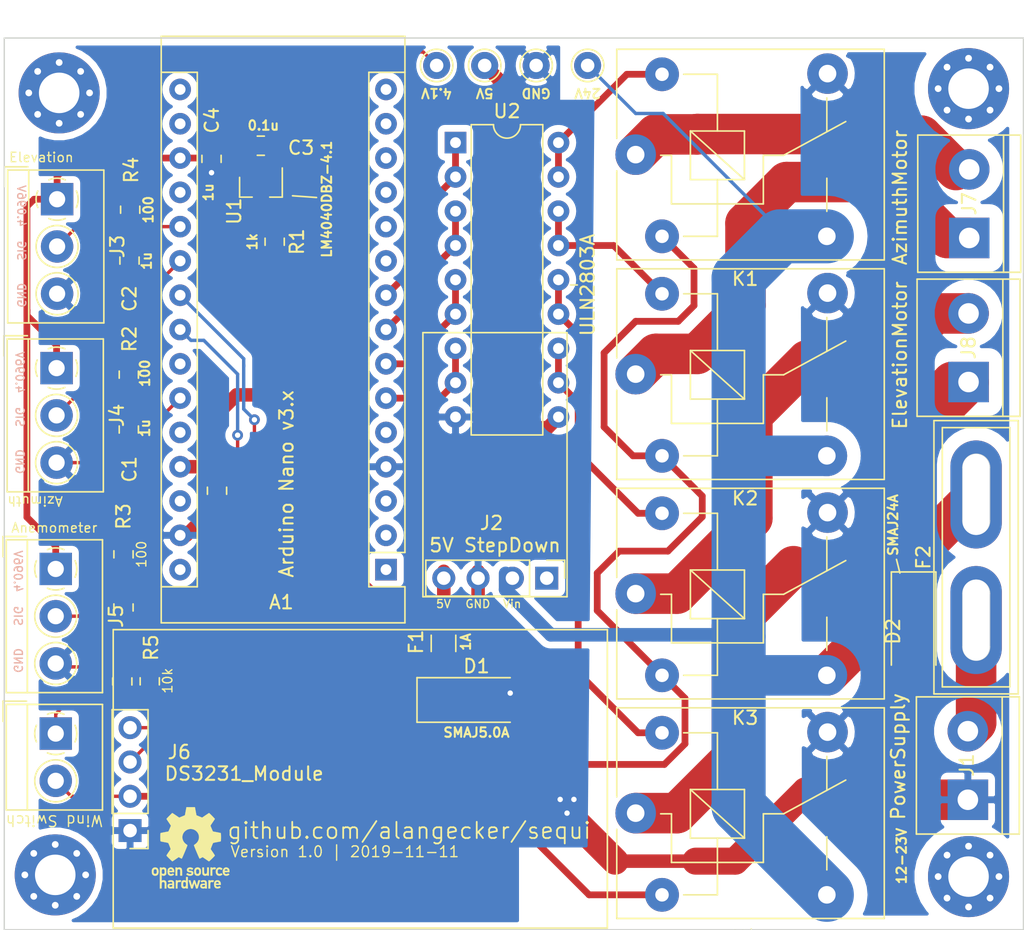
<source format=kicad_pcb>
(kicad_pcb (version 20171130) (host pcbnew 5.1.4)
  (layers (0 F.Cu signal) (31 B.Cu signal) (34 B.Paste user hide) (35 F.Paste user hide) (36 B.SilkS user hide) (37 F.SilkS user hide) (38 B.Mask user hide) (39 F.Mask user hide) (44 Edge.Cuts user))
  (net 0 "")
  (net 1 "Net-(A1-Pad16)")
  (net 2 "Net-(A1-Pad15)")
  (net 3 "Net-(A1-Pad30)")
  (net 4 "Net-(A1-Pad14)")
  (net 5 GND)
  (net 6 "Net-(A1-Pad13)")
  (net 7 "Net-(A1-Pad28)")
  (net 8 "Net-(A1-Pad12)")
  (net 9 +5V)
  (net 10 "Net-(A1-Pad11)")
  (net 11 "Net-(A1-Pad26)")
  (net 12 "Net-(A1-Pad10)")
  (net 13 /WindSense)
  (net 14 /Elevation_Down)
  (net 15 "Net-(A1-Pad24)")
  (net 16 /Elevation_Up)
  (net 17 /SCL)
  (net 18 /Az_Right)
  (net 19 /SDA)
  (net 20 /Az_Left)
  (net 21 /ElevationSense)
  (net 22 "Net-(A1-Pad5)")
  (net 23 /AzimuthSense)
  (net 24 "Net-(A1-Pad19)")
  (net 25 "Net-(A1-Pad3)")
  (net 26 AREF)
  (net 27 "Net-(A1-Pad2)")
  (net 28 "Net-(A1-Pad17)")
  (net 29 "Net-(A1-Pad1)")
  (net 30 "Net-(F2-Pad1)")
  (net 31 "Net-(J7-Pad2)")
  (net 32 "Net-(K1-Pad5)")
  (net 33 "Net-(J7-Pad1)")
  (net 34 "Net-(K2-Pad5)")
  (net 35 "Net-(J8-Pad2)")
  (net 36 "Net-(K3-Pad5)")
  (net 37 "Net-(J8-Pad1)")
  (net 38 "Net-(K4-Pad5)")
  (net 39 "Net-(F1-Pad1)")
  (net 40 "Net-(J3-Pad2)")
  (net 41 "Net-(J4-Pad2)")
  (net 42 "Net-(J5-Pad2)")
  (net 43 +24V)
  (net 44 "Net-(J2-Pad1)")
  (net 45 /WindMode)
  (module Symbol:OSHW-Logo_5.7x6mm_SilkScreen (layer F.Cu) (at 147.9042 96.5454)
    (fp_text reference REF** hide)
    (fp_text value OSHW-Logo_5.7x6mm_SilkScreen hide)
  )
  (module TerminalBlock_4Ucon:TerminalBlock_4Ucon_1x02_P3.50mm_Horizontal (layer F.Cu) (at 137.922 88.0872 270)
    (fp_text reference SW1 hide)
    (fp_text value WindMode)
    (pad 2 thru_hole circle (at 3.5 0 270) (size 2.4 2.4) (drill 1.2) (layers *.Cu *.Mask) (net 9 +5V))
    (pad 1 thru_hole rect (at 0 0 270) (size 2.4 2.4) (drill 1.2) (layers *.Cu *.Mask) (net 45 /WindMode))
  )
  (module Resistor_SMD:R_0805_2012Metric_Pad1.15x1.40mm_HandSolder (layer F.Cu) (at 144.8816 84.2174 90)
    (fp_text reference R5 (at 2.4892 0.1016 90) (layer F.SilkS))
    (fp_text value 10k (at 0.0418 1.3208 90) (layer F.SilkS) (effects (font (size 0.7 0.7) (thickness 0.1))))
    (pad 2 smd roundrect (at 1.025 0 90) (size 1.15 1.4) (layers F.Cu F.Paste F.Mask) (roundrect_rratio 0.217391) (net 5 GND))
    (pad 1 smd roundrect (at -1.025 0 90) (size 1.15 1.4) (layers F.Cu F.Paste F.Mask) (roundrect_rratio 0.217391) (net 45 /WindMode))
  )
  (module Capacitor_SMD:C_0805_2012Metric_Pad1.15x1.40mm_HandSolder (layer F.Cu) (at 142.8496 84.2264 90)
    (fp_text reference C7 hide)
    (fp_text value Reserved hide)
    (pad 2 smd roundrect (at 1.025 0 90) (size 1.15 1.4) (layers F.Cu F.Paste F.Mask) (roundrect_rratio 0.217391) (net 5 GND))
    (pad 1 smd roundrect (at -1.025 0 90) (size 1.15 1.4) (layers F.Cu F.Paste F.Mask) (roundrect_rratio 0.217391) (net 45 /WindMode))
  )
  (module TerminalBlock_4Ucon:TerminalBlock_4Ucon_1x03_P3.50mm_Horizontal (layer F.Cu) (at 138.0236 48.514 270)
    (fp_text reference J3 (at 3.5 -4.46 90) (layer F.SilkS))
    (fp_text value AzimuthSense)
    (pad 3 thru_hole circle (at 7 0 270) (size 2.4 2.4) (drill 1.2) (layers *.Cu *.Mask) (net 5 GND))
    (pad 2 thru_hole circle (at 3.5 0 270) (size 2.4 2.4) (drill 1.2) (layers *.Cu *.Mask) (net 40 "Net-(J3-Pad2)"))
    (pad 1 thru_hole rect (at 0 0 270) (size 2.4 2.4) (drill 1.2) (layers *.Cu *.Mask) (net 26 AREF))
  )
  (module TerminalBlock_4Ucon:TerminalBlock_4Ucon_1x03_P3.50mm_Horizontal (layer F.Cu) (at 137.922 75.8952 270)
    (fp_text reference J5 (at 3.5 -4.46 90) (layer F.SilkS))
    (fp_text value Wind)
    (pad 3 thru_hole circle (at 7 0 270) (size 2.4 2.4) (drill 1.2) (layers *.Cu *.Mask) (net 5 GND))
    (pad 2 thru_hole circle (at 3.5 0 270) (size 2.4 2.4) (drill 1.2) (layers *.Cu *.Mask) (net 42 "Net-(J5-Pad2)"))
    (pad 1 thru_hole rect (at 0 0 270) (size 2.4 2.4) (drill 1.2) (layers *.Cu *.Mask) (net 26 AREF))
  )
  (module TerminalBlock_4Ucon:TerminalBlock_4Ucon_1x03_P3.50mm_Horizontal (layer F.Cu) (at 137.9855 61.0235 270)
    (fp_text reference J4 (at 3.5 -4.46 90) (layer F.SilkS))
    (fp_text value ElevationSense)
    (pad 3 thru_hole circle (at 7 0 270) (size 2.4 2.4) (drill 1.2) (layers *.Cu *.Mask) (net 5 GND))
    (pad 2 thru_hole circle (at 3.5 0 270) (size 2.4 2.4) (drill 1.2) (layers *.Cu *.Mask) (net 41 "Net-(J4-Pad2)"))
    (pad 1 thru_hole rect (at 0 0 270) (size 2.4 2.4) (drill 1.2) (layers *.Cu *.Mask) (net 26 AREF))
  )
  (module Diode_SMD:D_SMA_Handsoldering (layer F.Cu) (at 201.422 80.518 270)
    (fp_text reference D2 (at 0 1.524 90) (layer F.SilkS))
    (fp_text value SMAJ24A (at -7.874 1.524 90) (layer F.SilkS) (effects (font (size 0.7 0.7))))
    (pad 2 smd rect (at 2.5 0 270) (size 3.5 1.8) (layers F.Cu F.Paste F.Mask) (net 5 GND))
    (pad 1 smd rect (at -2.5 0 270) (size 3.5 1.8) (layers F.Cu F.Paste F.Mask) (net 43 +24V))
  )
  (module Capacitor_SMD:C_0805_2012Metric_Pad1.15x1.40mm_HandSolder (layer F.Cu) (at 142.9385 78.749 270)
    (fp_text reference C6 hide)
    (fp_text value Reserved hide)
    (pad 2 smd roundrect (at 1.025 0 270) (size 1.15 1.4) (layers F.Cu F.Paste F.Mask) (roundrect_rratio 0.217391) (net 5 GND))
    (pad 1 smd roundrect (at -1.025 0 270) (size 1.15 1.4) (layers F.Cu F.Paste F.Mask) (roundrect_rratio 0.217391) (net 13 /WindSense))
  )
  (module Diode_SMD:D_SMA_Handsoldering (layer F.Cu) (at 169.0624 85.598)
    (fp_text reference D1 (at 0 -2.5) (layer F.SilkS))
    (fp_text value SMAJ5.0A (at 0 2.413) (layer F.SilkS) (effects (font (size 0.7 0.7))))
    (pad 2 smd rect (at 2.5 0) (size 3.5 1.8) (layers F.Cu F.Paste F.Mask) (net 5 GND))
    (pad 1 smd rect (at -2.5 0) (size 3.5 1.8) (layers F.Cu F.Paste F.Mask) (net 9 +5V))
  )
  (module MountingHole:MountingHole_3mm_Pad_Via (layer F.Cu) (at 205.486 98.679)
    (fp_text reference H4 hide)
    (fp_text value MountingHole)
    (pad 1 thru_hole circle (at 1.59099 -1.59099) (size 0.8 0.8) (drill 0.5) (layers *.Cu *.Mask))
    (pad 1 thru_hole circle (at 0 -2.25) (size 0.8 0.8) (drill 0.5) (layers *.Cu *.Mask))
    (pad 1 thru_hole circle (at -1.59099 -1.59099) (size 0.8 0.8) (drill 0.5) (layers *.Cu *.Mask))
    (pad 1 thru_hole circle (at -2.25 0) (size 0.8 0.8) (drill 0.5) (layers *.Cu *.Mask))
    (pad 1 thru_hole circle (at -1.59099 1.59099) (size 0.8 0.8) (drill 0.5) (layers *.Cu *.Mask))
    (pad 1 thru_hole circle (at 0 2.25) (size 0.8 0.8) (drill 0.5) (layers *.Cu *.Mask))
    (pad 1 thru_hole circle (at 1.59099 1.59099) (size 0.8 0.8) (drill 0.5) (layers *.Cu *.Mask))
    (pad 1 thru_hole circle (at 2.25 0) (size 0.8 0.8) (drill 0.5) (layers *.Cu *.Mask))
    (pad 1 thru_hole circle (at 0 0) (size 6 6) (drill 3) (layers *.Cu *.Mask))
  )
  (module MountingHole:MountingHole_3mm_Pad_Via (layer F.Cu) (at 137.886 98.552)
    (fp_text reference H3 hide)
    (fp_text value MountingHole)
    (pad 1 thru_hole circle (at 1.59099 -1.59099) (size 0.8 0.8) (drill 0.5) (layers *.Cu *.Mask))
    (pad 1 thru_hole circle (at 0 -2.25) (size 0.8 0.8) (drill 0.5) (layers *.Cu *.Mask))
    (pad 1 thru_hole circle (at -1.59099 -1.59099) (size 0.8 0.8) (drill 0.5) (layers *.Cu *.Mask))
    (pad 1 thru_hole circle (at -2.25 0) (size 0.8 0.8) (drill 0.5) (layers *.Cu *.Mask))
    (pad 1 thru_hole circle (at -1.59099 1.59099) (size 0.8 0.8) (drill 0.5) (layers *.Cu *.Mask))
    (pad 1 thru_hole circle (at 0 2.25) (size 0.8 0.8) (drill 0.5) (layers *.Cu *.Mask))
    (pad 1 thru_hole circle (at 1.59099 1.59099) (size 0.8 0.8) (drill 0.5) (layers *.Cu *.Mask))
    (pad 1 thru_hole circle (at 2.25 0) (size 0.8 0.8) (drill 0.5) (layers *.Cu *.Mask))
    (pad 1 thru_hole circle (at 0 0) (size 6 6) (drill 3) (layers *.Cu *.Mask))
  )
  (module MountingHole:MountingHole_3mm_Pad_Via (layer F.Cu) (at 205.486 40.32599)
    (fp_text reference H2 hide)
    (fp_text value MountingHole)
    (pad 1 thru_hole circle (at 1.59099 -1.59099) (size 0.8 0.8) (drill 0.5) (layers *.Cu *.Mask))
    (pad 1 thru_hole circle (at 0 -2.25) (size 0.8 0.8) (drill 0.5) (layers *.Cu *.Mask))
    (pad 1 thru_hole circle (at -1.59099 -1.59099) (size 0.8 0.8) (drill 0.5) (layers *.Cu *.Mask))
    (pad 1 thru_hole circle (at -2.25 0) (size 0.8 0.8) (drill 0.5) (layers *.Cu *.Mask))
    (pad 1 thru_hole circle (at -1.59099 1.59099) (size 0.8 0.8) (drill 0.5) (layers *.Cu *.Mask))
    (pad 1 thru_hole circle (at 0 2.25) (size 0.8 0.8) (drill 0.5) (layers *.Cu *.Mask))
    (pad 1 thru_hole circle (at 1.59099 1.59099) (size 0.8 0.8) (drill 0.5) (layers *.Cu *.Mask))
    (pad 1 thru_hole circle (at 2.25 0) (size 0.8 0.8) (drill 0.5) (layers *.Cu *.Mask))
    (pad 1 thru_hole circle (at 0 0) (size 6 6) (drill 3) (layers *.Cu *.Mask))
  )
  (module MountingHole:MountingHole_3mm_Pad_Via (layer F.Cu) (at 138.176 40.64)
    (fp_text reference H1 hide)
    (fp_text value MountingHole)
    (pad 1 thru_hole circle (at 1.59099 -1.59099) (size 0.8 0.8) (drill 0.5) (layers *.Cu *.Mask))
    (pad 1 thru_hole circle (at 0 -2.25) (size 0.8 0.8) (drill 0.5) (layers *.Cu *.Mask))
    (pad 1 thru_hole circle (at -1.59099 -1.59099) (size 0.8 0.8) (drill 0.5) (layers *.Cu *.Mask))
    (pad 1 thru_hole circle (at -2.25 0) (size 0.8 0.8) (drill 0.5) (layers *.Cu *.Mask))
    (pad 1 thru_hole circle (at -1.59099 1.59099) (size 0.8 0.8) (drill 0.5) (layers *.Cu *.Mask))
    (pad 1 thru_hole circle (at 0 2.25) (size 0.8 0.8) (drill 0.5) (layers *.Cu *.Mask))
    (pad 1 thru_hole circle (at 1.59099 1.59099) (size 0.8 0.8) (drill 0.5) (layers *.Cu *.Mask))
    (pad 1 thru_hole circle (at 2.25 0) (size 0.8 0.8) (drill 0.5) (layers *.Cu *.Mask))
    (pad 1 thru_hole circle (at 0 0) (size 6 6) (drill 3) (layers *.Cu *.Mask))
  )
  (module Package_DIP:DIP-18_W7.62mm (layer F.Cu) (at 167.513 44.323)
    (fp_text reference U2 (at 3.81 -2.33) (layer F.SilkS))
    (fp_text value ULN2803A (at 9.779 10.541 90) (layer F.SilkS))
    (pad 1 thru_hole rect (at 0 0) (size 1.6 1.6) (drill 0.8) (layers *.Cu *.Mask) (net 20 /Az_Left))
    (pad 10 thru_hole oval (at 7.62 20.32) (size 1.6 1.6) (drill 0.8) (layers *.Cu *.Mask) (net 9 +5V))
    (pad 2 thru_hole oval (at 0 2.54) (size 1.6 1.6) (drill 0.8) (layers *.Cu *.Mask) (net 20 /Az_Left))
    (pad 11 thru_hole oval (at 7.62 17.78) (size 1.6 1.6) (drill 0.8) (layers *.Cu *.Mask) (net 38 "Net-(K4-Pad5)"))
    (pad 3 thru_hole oval (at 0 5.08) (size 1.6 1.6) (drill 0.8) (layers *.Cu *.Mask) (net 18 /Az_Right))
    (pad 12 thru_hole oval (at 7.62 15.24) (size 1.6 1.6) (drill 0.8) (layers *.Cu *.Mask) (net 38 "Net-(K4-Pad5)"))
    (pad 4 thru_hole oval (at 0 7.62) (size 1.6 1.6) (drill 0.8) (layers *.Cu *.Mask) (net 18 /Az_Right))
    (pad 13 thru_hole oval (at 7.62 12.7) (size 1.6 1.6) (drill 0.8) (layers *.Cu *.Mask) (net 36 "Net-(K3-Pad5)"))
    (pad 5 thru_hole oval (at 0 10.16) (size 1.6 1.6) (drill 0.8) (layers *.Cu *.Mask) (net 16 /Elevation_Up))
    (pad 14 thru_hole oval (at 7.62 10.16) (size 1.6 1.6) (drill 0.8) (layers *.Cu *.Mask) (net 36 "Net-(K3-Pad5)"))
    (pad 6 thru_hole oval (at 0 12.7) (size 1.6 1.6) (drill 0.8) (layers *.Cu *.Mask) (net 16 /Elevation_Up))
    (pad 15 thru_hole oval (at 7.62 7.62) (size 1.6 1.6) (drill 0.8) (layers *.Cu *.Mask) (net 34 "Net-(K2-Pad5)"))
    (pad 7 thru_hole oval (at 0 15.24) (size 1.6 1.6) (drill 0.8) (layers *.Cu *.Mask) (net 14 /Elevation_Down))
    (pad 16 thru_hole oval (at 7.62 5.08) (size 1.6 1.6) (drill 0.8) (layers *.Cu *.Mask) (net 34 "Net-(K2-Pad5)"))
    (pad 8 thru_hole oval (at 0 17.78) (size 1.6 1.6) (drill 0.8) (layers *.Cu *.Mask) (net 14 /Elevation_Down))
    (pad 17 thru_hole oval (at 7.62 2.54) (size 1.6 1.6) (drill 0.8) (layers *.Cu *.Mask) (net 32 "Net-(K1-Pad5)"))
    (pad 9 thru_hole oval (at 0 20.32) (size 1.6 1.6) (drill 0.8) (layers *.Cu *.Mask) (net 5 GND))
    (pad 18 thru_hole oval (at 7.62 0) (size 1.6 1.6) (drill 0.8) (layers *.Cu *.Mask) (net 32 "Net-(K1-Pad5)"))
  )
  (module footprints:MiniStepDown (layer F.Cu) (at 165.1 77.9526)
    (fp_text reference J2 (at 5.08 -5.461) (layer F.SilkS))
    (fp_text value "5V StepDown" (at 5.334 -3.81 unlocked) (layer F.SilkS))
    (pad 3 thru_hole oval (at 4.085 -1.375 270) (size 1.7 1.7) (drill 1) (layers *.Cu *.Mask) (net 5 GND))
    (pad 2 thru_hole oval (at 6.625 -1.375 270) (size 1.7 1.7) (drill 1) (layers *.Cu *.Mask) (net 43 +24V))
    (pad 4 thru_hole oval (at 1.545 -1.375 270) (size 1.7 1.7) (drill 1) (layers *.Cu *.Mask) (net 39 "Net-(F1-Pad1)"))
    (pad 1 thru_hole rect (at 9.165 -1.375 270) (size 1.7 1.7) (drill 1) (layers *.Cu *.Mask) (net 44 "Net-(J2-Pad1)"))
  )
  (module footprints:DS3231_Module (layer F.Cu) (at 142.1765 80.391 270)
    (fp_text reference J6 (at 9.0678 -4.8895 180) (layer F.SilkS))
    (fp_text value DS3231_Module (at 10.668 -9.6901 unlocked) (layer F.SilkS))
    (pad 1 thru_hole rect (at 14.88 -1.248 180) (size 1.7 1.7) (drill 1) (layers *.Cu *.Mask) (net 5 GND))
    (pad 4 thru_hole oval (at 7.26 -1.248 180) (size 1.7 1.7) (drill 1) (layers *.Cu *.Mask) (net 17 /SCL))
    (pad 2 thru_hole oval (at 12.34 -1.248 180) (size 1.7 1.7) (drill 1) (layers *.Cu *.Mask) (net 9 +5V))
    (pad 3 thru_hole oval (at 9.8 -1.248 180) (size 1.7 1.7) (drill 1) (layers *.Cu *.Mask) (net 19 /SDA))
  )
  (module Capacitor_SMD:C_0805_2012Metric_Pad1.15x1.40mm_HandSolder (layer F.Cu) (at 149.86 70.104 270)
    (fp_text reference C5 hide)
    (fp_text value Reserved)
    (pad 2 smd roundrect (at 1.025 0 270) (size 1.15 1.4) (layers F.Cu F.Paste F.Mask) (roundrect_rratio 0.217391) (net 5 GND))
    (pad 1 smd roundrect (at -1.025 0 270) (size 1.15 1.4) (layers F.Cu F.Paste F.Mask) (roundrect_rratio 0.217391) (net 9 +5V))
  )
  (module Resistor_SMD:R_0805_2012Metric_Pad1.15x1.40mm_HandSolder (layer F.Cu) (at 154.1272 51.6636 270)
    (fp_text reference R1 (at 0 -1.65 90) (layer F.SilkS))
    (fp_text value 1k (at 0 1.65 90) (layer F.SilkS) (effects (font (size 0.7 0.7))))
    (pad 2 smd roundrect (at 1.025 0 270) (size 1.15 1.4) (layers F.Cu F.Paste F.Mask) (roundrect_rratio 0.217391) (net 9 +5V))
    (pad 1 smd roundrect (at -1.025 0 270) (size 1.15 1.4) (layers F.Cu F.Paste F.Mask) (roundrect_rratio 0.217391) (net 26 AREF))
  )
  (module TerminalBlock:TerminalBlock_bornier-2_P5.08mm (layer F.Cu) (at 205.486 62.0522 90)
    (fp_text reference J8 (at 2.54 0 90) (layer F.SilkS))
    (fp_text value ElevationMotor (at 1.9812 -5.08 90 unlocked) (layer F.SilkS))
    (pad 2 thru_hole circle (at 5.08 0 90) (size 3 3) (drill 1.52) (layers *.Cu *.Mask) (net 35 "Net-(J8-Pad2)"))
    (pad 1 thru_hole rect (at 0 0 90) (size 3 3) (drill 1.52) (layers *.Cu *.Mask) (net 37 "Net-(J8-Pad1)"))
  )
  (module TerminalBlock:TerminalBlock_bornier-2_P5.08mm (layer F.Cu) (at 205.5368 51.3842 90)
    (fp_text reference J7 (at 2.54 0 90) (layer F.SilkS))
    (fp_text value AzimuthMotor (at 2.9972 -5.1308 90 unlocked) (layer F.SilkS))
    (pad 2 thru_hole circle (at 5.08 0 90) (size 3 3) (drill 1.52) (layers *.Cu *.Mask) (net 31 "Net-(J7-Pad2)"))
    (pad 1 thru_hole rect (at 0 0 90) (size 3 3) (drill 1.52) (layers *.Cu *.Mask) (net 33 "Net-(J7-Pad1)"))
  )
  (module TestPoint:TestPoint_THTPad_D2.0mm_Drill1.0mm (layer F.Cu) (at 166.116 38.608)
    (fp_text reference TP6 hide)
    (fp_text value 4.1V (at 0 2.05 180 unlocked) (layer F.SilkS) (effects (font (size 0.7 0.7))))
    (pad 1 thru_hole circle (at 0 0) (size 2 2) (drill 1) (layers *.Cu *.Mask) (net 26 AREF))
  )
  (module TestPoint:TestPoint_THTPad_D2.0mm_Drill1.0mm (layer F.Cu) (at 173.482 38.608)
    (fp_text reference TP5 hide)
    (fp_text value GND (at 0 2.05 180 unlocked) (layer F.SilkS) (effects (font (size 0.7 0.7))))
    (pad 1 thru_hole circle (at 0 0) (size 2 2) (drill 1) (layers *.Cu *.Mask) (net 5 GND))
  )
  (module TestPoint:TestPoint_THTPad_D2.0mm_Drill1.0mm (layer F.Cu) (at 169.672 38.608)
    (fp_text reference TP4 hide)
    (fp_text value 5V (at 0 2.05 180 unlocked) (layer F.SilkS) (effects (font (size 0.7 0.7))))
    (pad 1 thru_hole circle (at 0 0) (size 2 2) (drill 1) (layers *.Cu *.Mask) (net 9 +5V))
  )
  (module TestPoint:TestPoint_THTPad_D2.0mm_Drill1.0mm (layer F.Cu) (at 177.292 38.608)
    (fp_text reference TP3 hide)
    (fp_text value 24V (at 0 2.05 180 unlocked) (layer F.SilkS) (effects (font (size 0.7 0.7))))
    (pad 1 thru_hole circle (at 0 0) (size 2 2) (drill 1) (layers *.Cu *.Mask) (net 43 +24V))
  )
  (module Resistor_SMD:R_0805_2012Metric_Pad1.15x1.40mm_HandSolder (layer F.Cu) (at 143.4338 49.2924 90)
    (fp_text reference R4 (at 2.9374 0.0762 90) (layer F.SilkS))
    (fp_text value 100 (at 0 1.3462 90) (layer F.SilkS) (effects (font (size 0.7 0.7))))
    (pad 1 smd roundrect (at -1.025 0 90) (size 1.15 1.4) (layers F.Cu F.Paste F.Mask) (roundrect_rratio 0.217391) (net 23 /AzimuthSense))
    (pad 2 smd roundrect (at 1.025 0 90) (size 1.15 1.4) (layers F.Cu F.Paste F.Mask) (roundrect_rratio 0.217391) (net 40 "Net-(J3-Pad2)"))
  )
  (module Resistor_SMD:R_0805_2012Metric_Pad1.15x1.40mm_HandSolder (layer F.Cu) (at 142.9385 74.812 90)
    (fp_text reference R3 (at 2.803 0 90) (layer F.SilkS))
    (fp_text value 100 (at 0 1.3335 90) (layer F.SilkS) (effects (font (size 0.7 0.7) (thickness 0.1))))
    (pad 2 smd roundrect (at 1.025 0 90) (size 1.15 1.4) (layers F.Cu F.Paste F.Mask) (roundrect_rratio 0.217391) (net 42 "Net-(J5-Pad2)"))
    (pad 1 smd roundrect (at -1.025 0 90) (size 1.15 1.4) (layers F.Cu F.Paste F.Mask) (roundrect_rratio 0.217391) (net 13 /WindSense))
  )
  (module Resistor_SMD:R_0805_2012Metric_Pad1.15x1.40mm_HandSolder (layer F.Cu) (at 143.3322 61.5061 90)
    (fp_text reference R2 (at 2.6416 0.0508 90) (layer F.SilkS))
    (fp_text value 100 (at 0.1016 1.1938 90) (layer F.SilkS) (effects (font (size 0.7 0.7))))
    (pad 2 smd roundrect (at 1.025 0 90) (size 1.15 1.4) (layers F.Cu F.Paste F.Mask) (roundrect_rratio 0.217391) (net 41 "Net-(J4-Pad2)"))
    (pad 1 smd roundrect (at -1.025 0 90) (size 1.15 1.4) (layers F.Cu F.Paste F.Mask) (roundrect_rratio 0.217391) (net 21 /ElevationSense))
  )
  (module Fuse:Fuse_1206_3216Metric_Pad1.42x1.75mm_HandSolder (layer F.Cu) (at 166.624 81.407 270)
    (fp_text reference F1 (at -0.1016 2.032 90) (layer F.SilkS))
    (fp_text value 1A (at -0.1016 -1.651 90) (layer F.SilkS) (effects (font (size 0.7 0.7))))
    (pad 2 smd roundrect (at 1.4875 0 270) (size 1.425 1.75) (layers F.Cu F.Paste F.Mask) (roundrect_rratio 0.175439) (net 9 +5V))
    (pad 1 smd roundrect (at -1.4875 0 270) (size 1.425 1.75) (layers F.Cu F.Paste F.Mask) (roundrect_rratio 0.175439) (net 39 "Net-(F1-Pad1)"))
  )
  (module Capacitor_SMD:C_0805_2012Metric_Pad1.15x1.40mm_HandSolder (layer F.Cu) (at 149.4536 45.5258 270)
    (fp_text reference C4 (at -2.8538 -0.0254 90) (layer F.SilkS))
    (fp_text value 1u (at 2.4802 0.2286 90) (layer F.SilkS) (effects (font (size 0.7 0.7))))
    (pad 2 smd roundrect (at 1.025 0 270) (size 1.15 1.4) (layers F.Cu F.Paste F.Mask) (roundrect_rratio 0.217391) (net 5 GND))
    (pad 1 smd roundrect (at -1.025 0 270) (size 1.15 1.4) (layers F.Cu F.Paste F.Mask) (roundrect_rratio 0.217391) (net 26 AREF))
  )
  (module Capacitor_SMD:C_0805_2012Metric_Pad1.15x1.40mm_HandSolder (layer F.Cu) (at 153.1022 44.5516 180)
    (fp_text reference C3 (at -2.9808 -0.1524) (layer F.SilkS))
    (fp_text value 0.1u (at -0.1868 1.4986) (layer F.SilkS) (effects (font (size 0.7 0.7))))
    (pad 2 smd roundrect (at 1.025 0 180) (size 1.15 1.4) (layers F.Cu F.Paste F.Mask) (roundrect_rratio 0.217391) (net 5 GND))
    (pad 1 smd roundrect (at -1.025 0 180) (size 1.15 1.4) (layers F.Cu F.Paste F.Mask) (roundrect_rratio 0.217391) (net 26 AREF))
  )
  (module Capacitor_SMD:C_0805_2012Metric_Pad1.15x1.40mm_HandSolder (layer F.Cu) (at 143.383 53.0606 270)
    (fp_text reference C2 (at 2.8194 0 90) (layer F.SilkS))
    (fp_text value 1u (at 0.0254 -1.27 90) (layer F.SilkS) (effects (font (size 0.7 0.7))))
    (pad 2 smd roundrect (at 1.025 0 270) (size 1.15 1.4) (layers F.Cu F.Paste F.Mask) (roundrect_rratio 0.217391) (net 5 GND))
    (pad 1 smd roundrect (at -1.025 0 270) (size 1.15 1.4) (layers F.Cu F.Paste F.Mask) (roundrect_rratio 0.217391) (net 23 /AzimuthSense))
  )
  (module Capacitor_SMD:C_0805_2012Metric_Pad1.15x1.40mm_HandSolder (layer F.Cu) (at 143.3322 65.5701 270)
    (fp_text reference C1 (at 2.9464 -0.0508 90) (layer F.SilkS))
    (fp_text value 1u (at -0.1016 -1.1938 90) (layer F.SilkS) (effects (font (size 0.7 0.7))))
    (pad 2 smd roundrect (at 1.025 0 270) (size 1.15 1.4) (layers F.Cu F.Paste F.Mask) (roundrect_rratio 0.217391) (net 5 GND))
    (pad 1 smd roundrect (at -1.025 0 270) (size 1.15 1.4) (layers F.Cu F.Paste F.Mask) (roundrect_rratio 0.217391) (net 21 /ElevationSense))
  )
  (module TerminalBlock:TerminalBlock_bornier-2_P5.08mm (layer F.Cu) (at 205.4352 92.9894 90)
    (fp_text reference J1 (at 2.5654 -0.0762 90) (layer F.SilkS))
    (fp_text value PowerSupply (at 3.2004 -5.1562 90) (layer F.SilkS))
    (pad 2 thru_hole circle (at 5.08 0 90) (size 3 3) (drill 1.52) (layers *.Cu *.Mask) (net 30 "Net-(F2-Pad1)"))
    (pad 1 thru_hole rect (at 0 0 90) (size 3 3) (drill 1.52) (layers *.Cu *.Mask) (net 5 GND))
  )
  (module Fuse:Fuse_Blade_ATO_directSolder (layer F.Cu) (at 206.0448 79.6798 90)
    (fp_text reference F2 (at 4.65 -3.9 90) (layer F.SilkS))
    (fp_text value 5A)
    (pad 2 thru_hole oval (at 9.3 0 90) (size 8 3.8) (drill oval 6 2) (layers *.Cu *.Mask) (net 43 +24V))
    (pad 1 thru_hole oval (at 0 0 90) (size 8 3.8) (drill oval 6 2) (layers *.Cu *.Mask) (net 30 "Net-(F2-Pad1)"))
  )
  (module Package_TO_SOT_SMD:SOT-23 (layer F.Cu) (at 153.1112 47.5996 270)
    (fp_text reference U1 (at 1.8034 1.9812 90) (layer F.SilkS))
    (fp_text value LM4040DBZ-4.1 (at 0.9144 -4.8768 90) (layer F.SilkS) (effects (font (size 0.7 0.7))))
    (pad 3 smd rect (at 1 0 270) (size 0.9 0.8) (layers F.Cu F.Paste F.Mask))
    (pad 2 smd rect (at -1 0.95 270) (size 0.9 0.8) (layers F.Cu F.Paste F.Mask) (net 5 GND))
    (pad 1 smd rect (at -1 -0.95 270) (size 0.9 0.8) (layers F.Cu F.Paste F.Mask) (net 26 AREF))
  )
  (module Relay_THT:Relay_SPDT_SANYOU_SRD_Series_Form_C (layer F.Cu) (at 180.848 93.98)
    (fp_text reference K4 (at 8.1 9.2) (layer F.SilkS))
    (fp_text value SANYOU_SRD_Form_C)
    (pad 1 thru_hole circle (at 0 0 90) (size 3 3) (drill 1.3) (layers *.Cu *.Mask) (net 37 "Net-(J8-Pad1)"))
    (pad 5 thru_hole circle (at 1.95 -5.95 90) (size 2.5 2.5) (drill 1) (layers *.Cu *.Mask) (net 38 "Net-(K4-Pad5)"))
    (pad 4 thru_hole circle (at 14.2 -6 90) (size 3 3) (drill 1.3) (layers *.Cu *.Mask) (net 5 GND))
    (pad 3 thru_hole circle (at 14.15 6.05 90) (size 3 3) (drill 1.3) (layers *.Cu *.Mask) (net 43 +24V))
    (pad 2 thru_hole circle (at 1.95 6.05 90) (size 2.5 2.5) (drill 1) (layers *.Cu *.Mask) (net 9 +5V))
  )
  (module Relay_THT:Relay_SPDT_SANYOU_SRD_Series_Form_C (layer F.Cu) (at 180.848 77.724)
    (fp_text reference K3 (at 8.1 9.2) (layer F.SilkS))
    (fp_text value SANYOU_SRD_Form_C)
    (pad 1 thru_hole circle (at 0 0 90) (size 3 3) (drill 1.3) (layers *.Cu *.Mask) (net 35 "Net-(J8-Pad2)"))
    (pad 5 thru_hole circle (at 1.95 -5.95 90) (size 2.5 2.5) (drill 1) (layers *.Cu *.Mask) (net 36 "Net-(K3-Pad5)"))
    (pad 4 thru_hole circle (at 14.2 -6 90) (size 3 3) (drill 1.3) (layers *.Cu *.Mask) (net 5 GND))
    (pad 3 thru_hole circle (at 14.15 6.05 90) (size 3 3) (drill 1.3) (layers *.Cu *.Mask) (net 43 +24V))
    (pad 2 thru_hole circle (at 1.95 6.05 90) (size 2.5 2.5) (drill 1) (layers *.Cu *.Mask) (net 9 +5V))
  )
  (module Relay_THT:Relay_SPDT_SANYOU_SRD_Series_Form_C (layer F.Cu) (at 180.848 61.468)
    (fp_text reference K2 (at 8.1 9.2) (layer F.SilkS))
    (fp_text value SANYOU_SRD_Form_C)
    (pad 1 thru_hole circle (at 0 0 90) (size 3 3) (drill 1.3) (layers *.Cu *.Mask) (net 33 "Net-(J7-Pad1)"))
    (pad 5 thru_hole circle (at 1.95 -5.95 90) (size 2.5 2.5) (drill 1) (layers *.Cu *.Mask) (net 34 "Net-(K2-Pad5)"))
    (pad 4 thru_hole circle (at 14.2 -6 90) (size 3 3) (drill 1.3) (layers *.Cu *.Mask) (net 5 GND))
    (pad 3 thru_hole circle (at 14.15 6.05 90) (size 3 3) (drill 1.3) (layers *.Cu *.Mask) (net 43 +24V))
    (pad 2 thru_hole circle (at 1.95 6.05 90) (size 2.5 2.5) (drill 1) (layers *.Cu *.Mask) (net 9 +5V))
  )
  (module Relay_THT:Relay_SPDT_SANYOU_SRD_Series_Form_C (layer F.Cu) (at 180.848 45.212)
    (fp_text reference K1 (at 8.1 9.2) (layer F.SilkS))
    (fp_text value SANYOU_SRD_Form_C)
    (pad 1 thru_hole circle (at 0 0 90) (size 3 3) (drill 1.3) (layers *.Cu *.Mask) (net 31 "Net-(J7-Pad2)"))
    (pad 5 thru_hole circle (at 1.95 -5.95 90) (size 2.5 2.5) (drill 1) (layers *.Cu *.Mask) (net 32 "Net-(K1-Pad5)"))
    (pad 4 thru_hole circle (at 14.2 -6 90) (size 3 3) (drill 1.3) (layers *.Cu *.Mask) (net 5 GND))
    (pad 3 thru_hole circle (at 14.15 6.05 90) (size 3 3) (drill 1.3) (layers *.Cu *.Mask) (net 43 +24V))
    (pad 2 thru_hole circle (at 1.95 6.05 90) (size 2.5 2.5) (drill 1) (layers *.Cu *.Mask) (net 9 +5V))
  )
  (module Module:Arduino_Nano (layer F.Cu) (at 162.3695 75.946 180)
    (fp_text reference A1 (at 7.747 -2.413) (layer F.SilkS))
    (fp_text value "Arduino Nano v3.x" (at 7.366 6.35 90) (layer F.SilkS))
    (pad 16 thru_hole oval (at 15.24 35.56 180) (size 1.6 1.6) (drill 0.8) (layers *.Cu *.Mask) (net 1 "Net-(A1-Pad16)"))
    (pad 15 thru_hole oval (at 0 35.56 180) (size 1.6 1.6) (drill 0.8) (layers *.Cu *.Mask) (net 2 "Net-(A1-Pad15)"))
    (pad 30 thru_hole oval (at 15.24 0 180) (size 1.6 1.6) (drill 0.8) (layers *.Cu *.Mask) (net 3 "Net-(A1-Pad30)"))
    (pad 14 thru_hole oval (at 0 33.02 180) (size 1.6 1.6) (drill 0.8) (layers *.Cu *.Mask) (net 4 "Net-(A1-Pad14)"))
    (pad 29 thru_hole oval (at 15.24 2.54 180) (size 1.6 1.6) (drill 0.8) (layers *.Cu *.Mask) (net 5 GND))
    (pad 13 thru_hole oval (at 0 30.48 180) (size 1.6 1.6) (drill 0.8) (layers *.Cu *.Mask) (net 6 "Net-(A1-Pad13)"))
    (pad 28 thru_hole oval (at 15.24 5.08 180) (size 1.6 1.6) (drill 0.8) (layers *.Cu *.Mask) (net 7 "Net-(A1-Pad28)"))
    (pad 12 thru_hole oval (at 0 27.94 180) (size 1.6 1.6) (drill 0.8) (layers *.Cu *.Mask) (net 8 "Net-(A1-Pad12)"))
    (pad 27 thru_hole oval (at 15.24 7.62 180) (size 1.6 1.6) (drill 0.8) (layers *.Cu *.Mask) (net 9 +5V))
    (pad 11 thru_hole oval (at 0 25.4 180) (size 1.6 1.6) (drill 0.8) (layers *.Cu *.Mask) (net 10 "Net-(A1-Pad11)"))
    (pad 26 thru_hole oval (at 15.24 10.16 180) (size 1.6 1.6) (drill 0.8) (layers *.Cu *.Mask) (net 11 "Net-(A1-Pad26)"))
    (pad 10 thru_hole oval (at 0 22.86 180) (size 1.6 1.6) (drill 0.8) (layers *.Cu *.Mask) (net 12 "Net-(A1-Pad10)"))
    (pad 25 thru_hole oval (at 15.24 12.7 180) (size 1.6 1.6) (drill 0.8) (layers *.Cu *.Mask) (net 13 /WindSense))
    (pad 9 thru_hole oval (at 0 20.32 180) (size 1.6 1.6) (drill 0.8) (layers *.Cu *.Mask) (net 20 /Az_Left))
    (pad 24 thru_hole oval (at 15.24 15.24 180) (size 1.6 1.6) (drill 0.8) (layers *.Cu *.Mask) (net 15 "Net-(A1-Pad24)"))
    (pad 8 thru_hole oval (at 0 17.78 180) (size 1.6 1.6) (drill 0.8) (layers *.Cu *.Mask) (net 18 /Az_Right))
    (pad 23 thru_hole oval (at 15.24 17.78 180) (size 1.6 1.6) (drill 0.8) (layers *.Cu *.Mask) (net 17 /SCL))
    (pad 7 thru_hole oval (at 0 15.24 180) (size 1.6 1.6) (drill 0.8) (layers *.Cu *.Mask) (net 16 /Elevation_Up))
    (pad 22 thru_hole oval (at 15.24 20.32 180) (size 1.6 1.6) (drill 0.8) (layers *.Cu *.Mask) (net 19 /SDA))
    (pad 6 thru_hole oval (at 0 12.7 180) (size 1.6 1.6) (drill 0.8) (layers *.Cu *.Mask) (net 14 /Elevation_Down))
    (pad 21 thru_hole oval (at 15.24 22.86 180) (size 1.6 1.6) (drill 0.8) (layers *.Cu *.Mask) (net 21 /ElevationSense))
    (pad 5 thru_hole oval (at 0 10.16 180) (size 1.6 1.6) (drill 0.8) (layers *.Cu *.Mask) (net 22 "Net-(A1-Pad5)"))
    (pad 20 thru_hole oval (at 15.24 25.4 180) (size 1.6 1.6) (drill 0.8) (layers *.Cu *.Mask) (net 23 /AzimuthSense))
    (pad 4 thru_hole oval (at 0 7.62 180) (size 1.6 1.6) (drill 0.8) (layers *.Cu *.Mask) (net 5 GND))
    (pad 19 thru_hole oval (at 15.24 27.94 180) (size 1.6 1.6) (drill 0.8) (layers *.Cu *.Mask) (net 24 "Net-(A1-Pad19)"))
    (pad 3 thru_hole oval (at 0 5.08 180) (size 1.6 1.6) (drill 0.8) (layers *.Cu *.Mask) (net 25 "Net-(A1-Pad3)"))
    (pad 18 thru_hole oval (at 15.24 30.48 180) (size 1.6 1.6) (drill 0.8) (layers *.Cu *.Mask) (net 26 AREF))
    (pad 2 thru_hole oval (at 0 2.54 180) (size 1.6 1.6) (drill 0.8) (layers *.Cu *.Mask) (net 27 "Net-(A1-Pad2)"))
    (pad 17 thru_hole oval (at 15.24 33.02 180) (size 1.6 1.6) (drill 0.8) (layers *.Cu *.Mask) (net 28 "Net-(A1-Pad17)"))
    (pad 1 thru_hole rect (at 0 0 180) (size 1.6 1.6) (drill 0.8) (layers *.Cu *.Mask) (net 29 "Net-(A1-Pad1)"))
  )
  (gr_arc (start 206.0575 68.3895) (end 207.0735 68.3895) (angle -180.0000564) (layer Edge.Cuts) (width 0.05))
  (gr_line (start 205.0415 72.3265) (end 205.0415 68.389501) (layer Edge.Cuts) (width 0.05))
  (gr_line (start 207.0735 68.3895) (end 207.0735 72.326499) (layer Edge.Cuts) (width 0.05))
  (gr_arc (start 206.0575 72.3265) (end 205.0415 72.3265) (angle -180.0000564) (layer Edge.Cuts) (width 0.05))
  (gr_line (start 207.0735 77.724) (end 207.0735 81.660999) (layer Edge.Cuts) (width 0.05))
  (gr_line (start 205.0415 81.661) (end 205.0415 77.724001) (layer Edge.Cuts) (width 0.05))
  (gr_arc (start 206.0575 81.661) (end 205.0415 81.661) (angle -180.0000564) (layer Edge.Cuts) (width 0.05))
  (gr_arc (start 206.0575 77.724) (end 207.0735 77.724) (angle -180.0000564) (layer Edge.Cuts) (width 0.05))
  (gr_text "Version 1.0 | 2019-11-11" (at 159.3215 96.8375) (layer F.SilkS) (effects (font (size 0.8 0.8) (thickness 0.1))))
  (gr_text github.com/alangecker/sequi (at 164.084 95.2754) (layer F.SilkS) (effects (font (size 1.2 1.2) (thickness 0.13))))
  (gr_text Vin (at 171.704 78.486) (layer F.SilkS) (effects (font (size 0.6 0.6) (thickness 0.1))))
  (gr_text 5V (at 166.624 78.486) (layer F.SilkS) (effects (font (size 0.6 0.6) (thickness 0.1))))
  (gr_text GND (at 169.164 78.486) (layer F.SilkS) (effects (font (size 0.6 0.6) (thickness 0.1))))
  (gr_text SIG (at 135.382 52.324 270) (layer B.SilkS) (effects (font (size 0.6 0.6) (thickness 0.1)) (justify mirror)))
  (gr_text GND (at 135.382 55.626 270) (layer B.SilkS) (effects (font (size 0.6 0.6) (thickness 0.1)) (justify mirror)))
  (gr_text 4.096V (at 135.382 49.022 270) (layer B.SilkS) (effects (font (size 0.6 0.6) (thickness 0.1)) (justify mirror)))
  (gr_text SIG (at 135.255 64.643 270) (layer B.SilkS) (effects (font (size 0.6 0.6) (thickness 0.1)) (justify mirror)))
  (gr_text GND (at 135.255 67.945 270) (layer B.SilkS) (effects (font (size 0.6 0.6) (thickness 0.1)) (justify mirror)))
  (gr_text 4.096V (at 135.255 61.341 270) (layer B.SilkS) (effects (font (size 0.6 0.6) (thickness 0.1)) (justify mirror)))
  (gr_text GND (at 135.128 82.677 270) (layer B.SilkS) (effects (font (size 0.6 0.6) (thickness 0.1)) (justify mirror)))
  (gr_text SIG (at 135.128 79.375 270) (layer B.SilkS) (effects (font (size 0.6 0.6) (thickness 0.1)) (justify mirror)))
  (gr_text 4.096V (at 135.128 76.073 270) (layer B.SilkS) (effects (font (size 0.6 0.6) (thickness 0.1)) (justify mirror)))
  (gr_text "Wind Switch" (at 137.8204 94.5388 180) (layer F.SilkS) (effects (font (size 0.8 0.8) (thickness 0.1))))
  (gr_text Anemometer (at 137.8204 72.8472) (layer F.SilkS) (effects (font (size 0.7 0.7) (thickness 0.1))))
  (gr_text Elevation (at 136.8552 45.4152) (layer F.SilkS) (effects (font (size 0.7 0.7) (thickness 0.1))))
  (gr_text Azimuth (at 136.398 70.866 180) (layer F.SilkS) (effects (font (size 0.7 0.7) (thickness 0.1))))
  (gr_line (start 155.448 48.26) (end 157.226 48.387) (layer F.SilkS) (width 0.12))
  (gr_line (start 200.152 75.184) (end 200.406 76.2) (layer F.SilkS) (width 0.12))
  (gr_line (start 176.53 54.864) (end 176.022 54.864) (layer F.SilkS) (width 0.12))
  (gr_text 12-23V (at 200.533 97.155 90) (layer F.SilkS) (effects (font (size 0.7 0.7))))
  (gr_line (start 134.112 102.616) (end 209.55 102.616) (layer Edge.Cuts) (width 0.1))
  (gr_line (start 134.112 36.576) (end 134.112 102.616) (layer Edge.Cuts) (width 0.1))
  (gr_line (start 209.55 36.576) (end 134.112 36.576) (layer Edge.Cuts) (width 0.1))
  (gr_line (start 209.55 102.616) (end 209.55 36.576) (layer Edge.Cuts) (width 0.1))
  (segment (start 175.26 92.964) (end 175.26 92.964) (width 1) (layer F.Cu) (net 5))
  (segment (start 176.276 94.488) (end 176.276 92.964) (width 1) (layer F.Cu) (net 5))
  (segment (start 175.26 93.472) (end 175.768 93.98) (width 1) (layer F.Cu) (net 5))
  (segment (start 175.26 92.964) (end 176.276 92.964) (width 1) (layer F.Cu) (net 5))
  (segment (start 175.26 92.964) (end 175.26 93.472) (width 1) (layer F.Cu) (net 5))
  (via (at 175.26 92.964) (size 0.8) (drill 0.4) (layers F.Cu B.Cu) (net 5))
  (segment (start 176.276 92.964) (end 176.276 92.964) (width 1) (layer F.Cu) (net 5))
  (via (at 176.276 92.964) (size 0.8) (drill 0.4) (layers F.Cu B.Cu) (net 5))
  (segment (start 175.768 93.98) (end 176.276 94.488) (width 1) (layer F.Cu) (net 5))
  (via (at 175.768 93.98) (size 0.8) (drill 0.4) (layers F.Cu B.Cu) (net 5))
  (segment (start 152.1612 44.6356) (end 152.0772 44.5516) (width 0.5) (layer F.Cu) (net 5))
  (segment (start 152.1612 46.5996) (end 152.1612 44.6356) (width 0.5) (layer F.Cu) (net 5))
  (segment (start 171.537 83.0376) (end 169.164 80.6646) (width 1) (layer F.Cu) (net 5))
  (segment (start 171.5516 85.0596) (end 171.5516 83.1596) (width 1) (layer F.Cu) (net 5))
  (segment (start 169.185 80.6436) (end 169.185 76.0696) (width 1) (layer F.Cu) (net 5))
  (segment (start 169.164 80.6646) (end 169.185 80.6436) (width 1) (layer F.Cu) (net 5))
  (via (at 149.4536 46.5508) (size 0.8) (drill 0.4) (layers F.Cu B.Cu) (net 5))
  (segment (start 152.1124 46.5508) (end 152.1612 46.5996) (width 0.5) (layer F.Cu) (net 5))
  (segment (start 149.4536 46.5508) (end 152.1124 46.5508) (width 0.5) (layer F.Cu) (net 5))
  (via (at 171.5624 85.09) (size 0.8) (drill 0.4) (layers F.Cu B.Cu) (net 5))
  (segment (start 200.9352 92.9894) (end 200.279 92.3332) (width 3) (layer F.Cu) (net 5))
  (segment (start 205.4352 92.9894) (end 200.9352 92.9894) (width 3) (layer F.Cu) (net 5))
  (segment (start 201.422 83.018) (end 201.422 83.693) (width 3) (layer F.Cu) (net 5))
  (segment (start 200.279 84.836) (end 200.279 92.3332) (width 3) (layer F.Cu) (net 5))
  (segment (start 201.422 83.693) (end 200.279 84.836) (width 3) (layer F.Cu) (net 5))
  (segment (start 192.7606 92.9894) (end 205.4352 92.9894) (width 1) (layer F.Cu) (net 5))
  (segment (start 188.214 97.536) (end 192.7606 92.9894) (width 1) (layer F.Cu) (net 5))
  (segment (start 176.276 94.488) (end 179.324 97.536) (width 1) (layer F.Cu) (net 5))
  (segment (start 193.4168 92.3332) (end 188.214 97.536) (width 2) (layer F.Cu) (net 5))
  (segment (start 200.279 92.3332) (end 193.4168 92.3332) (width 2) (layer F.Cu) (net 5))
  (segment (start 188.214 97.536) (end 185.293 97.536) (width 2) (layer F.Cu) (net 5))
  (segment (start 179.324 97.536) (end 185.293 97.536) (width 1) (layer F.Cu) (net 5))
  (segment (start 175.768 93.98) (end 179.324 97.536) (width 2) (layer F.Cu) (net 5))
  (segment (start 147.583 73.406) (end 149.86 71.129) (width 1) (layer F.Cu) (net 5))
  (segment (start 147.1295 73.406) (end 147.583 73.406) (width 1) (layer F.Cu) (net 5))
  (segment (start 143.002 79.393) (end 143.002 81.28) (width 0.25) (layer F.Cu) (net 5))
  (segment (start 143.002 79.8375) (end 142.9385 79.774) (width 0.25) (layer F.Cu) (net 5))
  (segment (start 143.002 83.1506) (end 143.002 79.8375) (width 0.25) (layer F.Cu) (net 5))
  (segment (start 144.9742 83.1506) (end 144.9832 83.1596) (width 0.25) (layer F.Cu) (net 5))
  (segment (start 143.002 83.1506) (end 144.9742 83.1506) (width 0.25) (layer F.Cu) (net 5))
  (segment (start 138.1774 83.1506) (end 137.922 82.8952) (width 0.25) (layer F.Cu) (net 5))
  (segment (start 143.002 83.1506) (end 138.1774 83.1506) (width 0.25) (layer F.Cu) (net 5))
  (segment (start 141.9038 68.0235) (end 143.3322 66.5951) (width 0.25) (layer F.Cu) (net 5))
  (segment (start 137.9855 68.0235) (end 141.9038 68.0235) (width 0.25) (layer F.Cu) (net 5))
  (segment (start 139.452 54.0856) (end 143.383 54.0856) (width 0.25) (layer F.Cu) (net 5))
  (segment (start 138.0236 55.514) (end 139.452 54.0856) (width 0.25) (layer F.Cu) (net 5))
  (segment (start 166.116 85.003) (end 166.029 85.09) (width 1) (layer F.Cu) (net 9))
  (segment (start 166.5224 82.2452) (end 166.5224 84.9887) (width 1) (layer F.Cu) (net 9))
  (segment (start 184.498001 88.846001) (end 182.970802 90.3732) (width 0.5) (layer F.Cu) (net 9))
  (segment (start 182.798 83.774) (end 184.498001 85.474001) (width 0.5) (layer F.Cu) (net 9))
  (segment (start 184.498001 85.474001) (end 184.498001 88.846001) (width 0.5) (layer F.Cu) (net 9))
  (segment (start 182.970802 90.3732) (end 174.9552 90.3732) (width 0.5) (layer F.Cu) (net 9))
  (segment (start 174.9552 90.3732) (end 173.1264 92.202) (width 0.5) (layer F.Cu) (net 9))
  (segment (start 173.1264 92.202) (end 173.1264 95.758) (width 0.5) (layer F.Cu) (net 9))
  (segment (start 177.3984 100.03) (end 182.798 100.03) (width 0.5) (layer F.Cu) (net 9))
  (segment (start 173.1264 95.758) (end 177.3984 100.03) (width 0.5) (layer F.Cu) (net 9))
  (segment (start 171.741 92.202) (end 173.1264 92.202) (width 0.5) (layer F.Cu) (net 9))
  (segment (start 166.029 86.49) (end 171.741 92.202) (width 0.5) (layer F.Cu) (net 9))
  (segment (start 166.029 85.09) (end 166.029 86.49) (width 0.5) (layer F.Cu) (net 9))
  (segment (start 182.798 67.518) (end 180.6496 67.518) (width 0.5) (layer F.Cu) (net 9))
  (segment (start 180.6496 67.518) (end 178.5112 65.3796) (width 0.5) (layer F.Cu) (net 9))
  (segment (start 178.5112 65.3796) (end 178.5112 59.8932) (width 0.5) (layer F.Cu) (net 9))
  (segment (start 178.5112 59.8932) (end 180.848 57.5564) (width 0.5) (layer F.Cu) (net 9))
  (segment (start 180.848 57.5564) (end 183.9976 57.5564) (width 0.5) (layer F.Cu) (net 9))
  (segment (start 183.9976 57.5564) (end 185.166 56.388) (width 0.5) (layer F.Cu) (net 9))
  (segment (start 185.166 53.63) (end 182.798 51.262) (width 0.5) (layer F.Cu) (net 9))
  (segment (start 185.166 56.388) (end 185.166 53.63) (width 0.5) (layer F.Cu) (net 9))
  (segment (start 182.798 83.774) (end 178.0032 78.9792) (width 0.5) (layer F.Cu) (net 9))
  (segment (start 178.0032 78.9792) (end 178.0032 76.2) (width 0.5) (layer F.Cu) (net 9))
  (segment (start 178.0032 76.2) (end 179.6288 74.5744) (width 0.5) (layer F.Cu) (net 9))
  (segment (start 179.6288 74.5744) (end 183.2356 74.5744) (width 0.5) (layer F.Cu) (net 9))
  (segment (start 183.2356 74.5744) (end 185.7756 72.0344) (width 0.5) (layer F.Cu) (net 9))
  (segment (start 185.7756 70.4956) (end 182.798 67.518) (width 0.5) (layer F.Cu) (net 9))
  (segment (start 185.7756 72.0344) (end 185.7756 70.4956) (width 0.5) (layer F.Cu) (net 9))
  (segment (start 165.649 82.1071) (end 164.3888 80.8469) (width 0.5) (layer F.Cu) (net 9))
  (segment (start 166.624 82.1071) (end 165.649 82.1071) (width 0.5) (layer F.Cu) (net 9))
  (segment (start 164.3888 80.8469) (end 164.3888 75.0316) (width 0.5) (layer F.Cu) (net 9))
  (segment (start 174.333001 65.442999) (end 173.977401 65.442999) (width 1) (layer F.Cu) (net 9))
  (segment (start 175.133 64.643) (end 174.333001 65.442999) (width 1) (layer F.Cu) (net 9))
  (segment (start 173.977401 65.442999) (end 165.0238 74.3966) (width 1) (layer F.Cu) (net 9))
  (segment (start 164.3888 75.0316) (end 165.0238 74.3966) (width 0.5) (layer F.Cu) (net 9))
  (segment (start 170.7642 39.7002) (end 169.672 38.608) (width 1) (layer F.Cu) (net 9))
  (segment (start 170.7642 68.6562) (end 170.7642 39.7002) (width 1) (layer F.Cu) (net 9))
  (segment (start 165.0238 74.3966) (end 170.7642 68.6562) (width 0.5) (layer F.Cu) (net 9))
  (segment (start 164.3888 80.8469) (end 154.1272 70.5853) (width 1) (layer F.Cu) (net 9))
  (segment (start 145.013 92.731) (end 152.654 85.09) (width 0.5) (layer F.Cu) (net 9))
  (segment (start 143.4245 92.731) (end 145.013 92.731) (width 0.5) (layer F.Cu) (net 9))
  (segment (start 152.654 85.09) (end 166.5624 85.09) (width 0.5) (layer F.Cu) (net 9))
  (segment (start 149.107 68.326) (end 149.86 69.079) (width 1) (layer F.Cu) (net 9))
  (segment (start 147.1295 68.326) (end 149.107 68.326) (width 1) (layer F.Cu) (net 9))
  (segment (start 151.3078 63.0047) (end 154.1272 63.0047) (width 1) (layer F.Cu) (net 9))
  (segment (start 149.86 64.4525) (end 151.3078 63.0047) (width 1) (layer F.Cu) (net 9))
  (segment (start 149.86 69.079) (end 149.86 64.4525) (width 1) (layer F.Cu) (net 9))
  (segment (start 154.1272 70.5853) (end 154.1272 63.0047) (width 1) (layer F.Cu) (net 9))
  (segment (start 154.1272 63.0047) (end 154.1272 52.6886) (width 1) (layer F.Cu) (net 9))
  (segment (start 139.0658 92.731) (end 137.922 91.5872) (width 0.25) (layer F.Cu) (net 9))
  (segment (start 143.4245 92.731) (end 139.0658 92.731) (width 0.25) (layer F.Cu) (net 9))
  (segment (start 142.9385 77.724) (end 142.9385 75.837) (width 0.25) (layer F.Cu) (net 13))
  (segment (start 147.1295 63.246) (end 145.4912 64.8843) (width 0.25) (layer F.Cu) (net 13))
  (segment (start 145.4912 73.2843) (end 142.9385 75.837) (width 0.25) (layer F.Cu) (net 13))
  (segment (start 145.4912 64.8843) (end 145.4912 73.2843) (width 0.25) (layer F.Cu) (net 13))
  (segment (start 167.513 59.563) (end 167.513 62.103) (width 0.5) (layer F.Cu) (net 14))
  (segment (start 166.37 63.246) (end 167.513 62.103) (width 0.5) (layer F.Cu) (net 14))
  (segment (start 162.3695 63.246) (end 166.37 63.246) (width 0.5) (layer F.Cu) (net 14))
  (segment (start 167.513 54.483) (end 167.513 57.023) (width 0.5) (layer F.Cu) (net 16))
  (segment (start 163.83 60.706) (end 167.513 57.023) (width 0.5) (layer F.Cu) (net 16))
  (segment (start 162.3695 60.706) (end 163.83 60.706) (width 0.5) (layer F.Cu) (net 16))
  (via (at 151.384 65.9892) (size 0.8) (drill 0.4) (layers F.Cu B.Cu) (net 17))
  (segment (start 151.384 61.468) (end 151.384 65.9892) (width 0.25) (layer B.Cu) (net 17))
  (segment (start 147.929499 58.965999) (end 148.881999 58.965999) (width 0.25) (layer B.Cu) (net 17))
  (segment (start 148.881999 58.965999) (end 151.384 61.468) (width 0.25) (layer B.Cu) (net 17))
  (segment (start 147.1295 58.166) (end 147.929499 58.965999) (width 0.25) (layer B.Cu) (net 17))
  (segment (start 143.4245 87.651) (end 145.2162 87.651) (width 0.25) (layer F.Cu) (net 17))
  (segment (start 151.384 81.4832) (end 151.384 65.9892) (width 0.25) (layer F.Cu) (net 17))
  (segment (start 145.2162 87.651) (end 151.384 81.4832) (width 0.25) (layer F.Cu) (net 17))
  (segment (start 167.513 51.943) (end 167.513 49.403) (width 0.5) (layer F.Cu) (net 18))
  (segment (start 166.713001 52.742999) (end 167.513 51.943) (width 0.5) (layer F.Cu) (net 18))
  (segment (start 165.901608 53.554392) (end 166.713001 52.742999) (width 0.5) (layer F.Cu) (net 18))
  (segment (start 165.901608 54.633892) (end 165.901608 53.554392) (width 0.5) (layer F.Cu) (net 18))
  (segment (start 162.3695 58.166) (end 165.901608 54.633892) (width 0.5) (layer F.Cu) (net 18))
  (via (at 152.6286 64.8462) (size 0.8) (drill 0.4) (layers F.Cu B.Cu) (net 19))
  (segment (start 152.6286 64.8462) (end 151.83401 64.05161) (width 0.25) (layer B.Cu) (net 19))
  (segment (start 151.83401 60.87661) (end 151.83401 60.80041) (width 0.25) (layer B.Cu) (net 19))
  (segment (start 151.83401 64.05161) (end 151.83401 60.87661) (width 0.25) (layer B.Cu) (net 19))
  (segment (start 152.6286 80.9869) (end 152.6286 78.7146) (width 0.25) (layer F.Cu) (net 19))
  (segment (start 143.4245 90.191) (end 152.6286 80.9869) (width 0.25) (layer F.Cu) (net 19))
  (segment (start 152.6286 78.7146) (end 152.6286 64.8462) (width 0.25) (layer F.Cu) (net 19))
  (segment (start 151.83401 60.33051) (end 151.83401 60.87661) (width 0.25) (layer B.Cu) (net 19))
  (segment (start 147.1295 55.626) (end 151.83401 60.33051) (width 0.25) (layer B.Cu) (net 19))
  (segment (start 167.513 46.863) (end 167.513 44.323) (width 0.5) (layer F.Cu) (net 20))
  (segment (start 165.141118 49.234882) (end 165.38575 48.99025) (width 0.5) (layer F.Cu) (net 20))
  (segment (start 165.141118 52.854382) (end 165.141118 49.234882) (width 0.5) (layer F.Cu) (net 20))
  (segment (start 162.3695 55.626) (end 165.141118 52.854382) (width 0.5) (layer F.Cu) (net 20))
  (segment (start 165.38575 48.99025) (end 167.513 46.863) (width 0.5) (layer F.Cu) (net 20))
  (segment (start 143.3322 64.5451) (end 143.3322 62.5311) (width 0.25) (layer F.Cu) (net 21))
  (segment (start 146.329501 53.885999) (end 147.1295 53.086) (width 0.25) (layer F.Cu) (net 21))
  (segment (start 144.5768 61.2865) (end 144.5768 55.6387) (width 0.25) (layer F.Cu) (net 21))
  (segment (start 144.5768 55.6387) (end 146.329501 53.885999) (width 0.25) (layer F.Cu) (net 21))
  (segment (start 143.3322 62.5311) (end 144.5768 61.2865) (width 0.25) (layer F.Cu) (net 21))
  (segment (start 143.383 50.3682) (end 143.4338 50.3174) (width 0.25) (layer F.Cu) (net 23))
  (segment (start 143.383 52.0356) (end 143.383 50.3682) (width 0.25) (layer F.Cu) (net 23))
  (segment (start 143.6624 50.546) (end 143.4338 50.3174) (width 0.25) (layer F.Cu) (net 23))
  (segment (start 147.1295 50.546) (end 143.6624 50.546) (width 0.25) (layer F.Cu) (net 23))
  (segment (start 154.1272 46.6656) (end 154.0612 46.5996) (width 0.5) (layer F.Cu) (net 26))
  (segment (start 154.1272 50.6386) (end 154.1272 46.6656) (width 0.5) (layer F.Cu) (net 26))
  (segment (start 154.0612 44.6176) (end 154.1272 44.5516) (width 0.5) (layer F.Cu) (net 26))
  (segment (start 154.0612 46.5996) (end 154.0612 44.6176) (width 0.5) (layer F.Cu) (net 26))
  (segment (start 149.87781 43.40159) (end 152.97719 43.40159) (width 0.5) (layer F.Cu) (net 26))
  (segment (start 153.503828 43.928228) (end 154.1272 44.5516) (width 0.5) (layer F.Cu) (net 26))
  (segment (start 152.97719 43.40159) (end 153.503828 43.928228) (width 0.5) (layer F.Cu) (net 26))
  (segment (start 149.4536 43.8258) (end 149.87781 43.40159) (width 0.5) (layer F.Cu) (net 26))
  (segment (start 149.4536 44.5008) (end 149.4536 43.8258) (width 0.5) (layer F.Cu) (net 26))
  (segment (start 165.116001 37.608001) (end 158.860999 37.608001) (width 0.25) (layer F.Cu) (net 26))
  (segment (start 166.116 38.608) (end 165.116001 37.608001) (width 0.25) (layer F.Cu) (net 26))
  (segment (start 154.1272 42.3418) (end 154.1272 44.5516) (width 0.25) (layer F.Cu) (net 26))
  (segment (start 158.860999 37.608001) (end 154.1272 42.3418) (width 0.25) (layer F.Cu) (net 26))
  (segment (start 148.4884 45.466) (end 149.4536 44.5008) (width 0.5) (layer F.Cu) (net 26))
  (segment (start 147.1295 45.466) (end 148.4884 45.466) (width 0.5) (layer F.Cu) (net 26))
  (segment (start 136.3236 48.514) (end 135.7884 49.0492) (width 0.5) (layer F.Cu) (net 26))
  (segment (start 138.0236 48.514) (end 136.3236 48.514) (width 0.5) (layer F.Cu) (net 26))
  (segment (start 137.9855 59.3235) (end 135.7884 57.1264) (width 0.5) (layer F.Cu) (net 26))
  (segment (start 137.9855 61.0235) (end 137.9855 59.3235) (width 0.5) (layer F.Cu) (net 26))
  (segment (start 137.922 74.1952) (end 137.922 75.8952) (width 0.5) (layer F.Cu) (net 26))
  (segment (start 135.7884 56.7436) (end 135.7884 49.0492) (width 0.5) (layer F.Cu) (net 26))
  (segment (start 135.7884 72.0616) (end 137.922 74.1952) (width 0.5) (layer F.Cu) (net 26))
  (segment (start 135.7884 56.7436) (end 135.7884 72.0616) (width 0.5) (layer F.Cu) (net 26))
  (segment (start 135.7884 57.1264) (end 135.7884 56.7436) (width 0.5) (layer F.Cu) (net 26))
  (segment (start 138.0236 46.814) (end 138.0236 48.514) (width 0.5) (layer F.Cu) (net 26))
  (segment (start 139.3716 45.466) (end 138.0236 46.814) (width 0.5) (layer F.Cu) (net 26))
  (segment (start 147.1295 45.466) (end 139.3716 45.466) (width 0.5) (layer F.Cu) (net 26))
  (segment (start 206.0448 87.2998) (end 205.4352 87.9094) (width 3) (layer F.Cu) (net 30))
  (segment (start 206.0448 79.6798) (end 206.0448 87.2998) (width 3) (layer F.Cu) (net 30))
  (segment (start 202.019008 43.815) (end 204.559008 46.355) (width 3) (layer F.Cu) (net 31))
  (segment (start 199.898 43.815) (end 202.019008 43.815) (width 3) (layer F.Cu) (net 31))
  (segment (start 182.347999 43.712001) (end 185.395999 43.712001) (width 3) (layer F.Cu) (net 31))
  (segment (start 185.395999 43.712001) (end 185.42 43.688) (width 3) (layer F.Cu) (net 31))
  (segment (start 180.848 45.212) (end 182.347999 43.712001) (width 3) (layer F.Cu) (net 31))
  (segment (start 185.42 43.688) (end 199.771 43.688) (width 3) (layer F.Cu) (net 31))
  (segment (start 199.771 43.688) (end 199.898 43.815) (width 3) (layer F.Cu) (net 31))
  (segment (start 180.194 39.262) (end 175.133 44.323) (width 0.5) (layer F.Cu) (net 32))
  (segment (start 182.798 39.262) (end 180.194 39.262) (width 0.5) (layer F.Cu) (net 32))
  (segment (start 175.133 44.323) (end 175.133 46.863) (width 0.5) (layer F.Cu) (net 32))
  (segment (start 185.395999 59.968001) (end 188.976 56.388) (width 3) (layer F.Cu) (net 33))
  (segment (start 192.024 47.244) (end 199.771 47.244) (width 3) (layer F.Cu) (net 33))
  (segment (start 188.976 56.388) (end 188.976 50.292) (width 3) (layer F.Cu) (net 33))
  (segment (start 180.848 61.468) (end 182.347999 59.968001) (width 3) (layer F.Cu) (net 33))
  (segment (start 188.976 50.292) (end 192.024 47.244) (width 3) (layer F.Cu) (net 33))
  (segment (start 182.347999 59.968001) (end 185.395999 59.968001) (width 3) (layer F.Cu) (net 33))
  (segment (start 203.9112 51.3842) (end 202.2475 49.7205) (width 3) (layer F.Cu) (net 33))
  (segment (start 205.5368 51.3842) (end 203.9112 51.3842) (width 3) (layer F.Cu) (net 33))
  (segment (start 199.771 47.244) (end 202.2475 49.7205) (width 3) (layer F.Cu) (net 33))
  (segment (start 202.2475 49.7205) (end 203.454 50.927) (width 3) (layer F.Cu) (net 33))
  (segment (start 179.223 51.943) (end 182.798 55.518) (width 0.5) (layer F.Cu) (net 34))
  (segment (start 175.133 51.943) (end 179.223 51.943) (width 0.5) (layer F.Cu) (net 34))
  (segment (start 175.133 51.943) (end 175.133 49.403) (width 0.5) (layer F.Cu) (net 34))
  (segment (start 202.9968 56.9722) (end 205.486 56.9722) (width 3) (layer F.Cu) (net 35))
  (segment (start 183.896 77.724) (end 189.484 72.136) (width 3) (layer F.Cu) (net 35))
  (segment (start 180.848 77.724) (end 183.896 77.724) (width 3) (layer F.Cu) (net 35))
  (segment (start 199.39 60.579) (end 202.9968 56.9722) (width 3) (layer F.Cu) (net 35))
  (segment (start 189.484 72.136) (end 189.484 64.516) (width 3) (layer F.Cu) (net 35))
  (segment (start 189.484 64.516) (end 193.548 60.452) (width 3) (layer F.Cu) (net 35))
  (segment (start 199.263 60.452) (end 199.39 60.579) (width 3) (layer F.Cu) (net 35))
  (segment (start 193.548 60.452) (end 199.263 60.452) (width 3) (layer F.Cu) (net 35))
  (segment (start 181.030234 71.774) (end 177.292 68.035766) (width 0.5) (layer F.Cu) (net 36))
  (segment (start 182.798 71.774) (end 181.030234 71.774) (width 0.5) (layer F.Cu) (net 36))
  (segment (start 177.292 59.182) (end 175.133 57.023) (width 0.5) (layer F.Cu) (net 36))
  (segment (start 177.292 68.035766) (end 177.292 59.182) (width 0.5) (layer F.Cu) (net 36))
  (segment (start 175.133 54.483) (end 175.133 57.023) (width 0.5) (layer F.Cu) (net 36))
  (segment (start 192.532 75.692) (end 196.088 75.692) (width 2) (layer F.Cu) (net 37))
  (segment (start 183.896 93.98) (end 187.96 89.916) (width 3) (layer F.Cu) (net 37))
  (segment (start 180.848 93.98) (end 183.896 93.98) (width 3) (layer F.Cu) (net 37))
  (segment (start 187.96 80.264) (end 192.532 75.692) (width 3) (layer F.Cu) (net 37))
  (segment (start 187.96 89.916) (end 187.96 80.264) (width 3) (layer F.Cu) (net 37))
  (segment (start 196.088 75.692) (end 196.088 75.565) (width 2) (layer F.Cu) (net 37))
  (segment (start 196.088 75.565) (end 199.898 71.755) (width 2) (layer F.Cu) (net 37))
  (segment (start 201.93 65.659) (end 203.581 64.008) (width 3) (layer F.Cu) (net 37))
  (segment (start 199.898 67.691) (end 203.581 64.008) (width 2) (layer F.Cu) (net 37))
  (segment (start 203.581 64.008) (end 205.486 62.103) (width 3) (layer F.Cu) (net 37))
  (segment (start 199.898 66.421) (end 199.898 69.85) (width 3) (layer F.Cu) (net 37))
  (segment (start 204.2668 62.0522) (end 199.898 66.421) (width 3) (layer F.Cu) (net 37))
  (segment (start 205.486 62.0522) (end 204.2668 62.0522) (width 3) (layer F.Cu) (net 37))
  (segment (start 199.898 71.755) (end 199.898 69.85) (width 2) (layer F.Cu) (net 37))
  (segment (start 199.898 69.85) (end 199.898 67.691) (width 2) (layer F.Cu) (net 37))
  (segment (start 175.133 59.563) (end 175.133 62.103) (width 0.5) (layer F.Cu) (net 38))
  (segment (start 176.59199 63.56199) (end 175.133 62.103) (width 0.5) (layer F.Cu) (net 38))
  (segment (start 176.59199 83.591756) (end 176.59199 63.56199) (width 0.5) (layer F.Cu) (net 38))
  (segment (start 181.030234 88.03) (end 176.59199 83.591756) (width 0.5) (layer F.Cu) (net 38))
  (segment (start 182.798 88.03) (end 181.030234 88.03) (width 0.5) (layer F.Cu) (net 38))
  (segment (start 166.645 79.8985) (end 166.624 79.9195) (width 1) (layer F.Cu) (net 39))
  (segment (start 166.645 76.0696) (end 166.645 79.8985) (width 1) (layer F.Cu) (net 39))
  (segment (start 141.7702 48.2674) (end 143.4338 48.2674) (width 0.25) (layer F.Cu) (net 40))
  (segment (start 138.0236 52.014) (end 141.7702 48.2674) (width 0.25) (layer F.Cu) (net 40))
  (segment (start 142.0279 60.4811) (end 143.3322 60.4811) (width 0.25) (layer F.Cu) (net 41))
  (segment (start 137.9855 64.5235) (end 142.0279 60.4811) (width 0.25) (layer F.Cu) (net 41))
  (segment (start 142.9385 73.787) (end 140.6144 76.1111) (width 0.25) (layer F.Cu) (net 42))
  (segment (start 139.619056 79.3952) (end 140.426656 78.5876) (width 0.25) (layer F.Cu) (net 42))
  (segment (start 137.922 79.3952) (end 139.619056 79.3952) (width 0.25) (layer F.Cu) (net 42))
  (segment (start 140.426656 76.298844) (end 140.6144 76.1111) (width 0.25) (layer F.Cu) (net 42))
  (segment (start 140.426656 78.5876) (end 140.426656 76.298844) (width 0.25) (layer F.Cu) (net 42))
  (segment (start 194.998 51.262) (end 191.562 51.262) (width 4) (layer B.Cu) (net 43))
  (segment (start 191.562 51.262) (end 188.468 54.356) (width 4) (layer B.Cu) (net 43))
  (segment (start 188.468 93.5) (end 194.998 100.03) (width 4) (layer B.Cu) (net 43))
  (segment (start 188.468 83.312) (end 188.468 93.5) (width 4) (layer B.Cu) (net 43))
  (segment (start 188.468 54.356) (end 188.468 67.564) (width 4) (layer B.Cu) (net 43))
  (segment (start 188.93 83.774) (end 188.468 83.312) (width 3) (layer B.Cu) (net 43))
  (segment (start 194.998 83.774) (end 188.93 83.774) (width 3) (layer B.Cu) (net 43))
  (segment (start 188.514 67.518) (end 188.468 67.564) (width 3) (layer B.Cu) (net 43))
  (segment (start 194.998 67.518) (end 188.514 67.518) (width 3) (layer B.Cu) (net 43))
  (segment (start 191.562 51.262) (end 191.562 50.846) (width 0.25) (layer B.Cu) (net 43))
  (segment (start 191.562 50.846) (end 182.88 42.164) (width 0.25) (layer B.Cu) (net 43))
  (segment (start 180.848 42.164) (end 177.292 38.608) (width 0.25) (layer B.Cu) (net 43))
  (segment (start 182.88 42.164) (end 180.848 42.164) (width 0.25) (layer B.Cu) (net 43))
  (segment (start 186.916 93.5) (end 188.468 93.5) (width 1) (layer B.Cu) (net 43))
  (segment (start 188.468 67.564) (end 188.468 80.899) (width 4) (layer B.Cu) (net 43))
  (segment (start 188.468 80.899) (end 188.468 83.312) (width 4) (layer B.Cu) (net 43))
  (segment (start 171.217 77.424081) (end 171.217 76.222) (width 1) (layer B.Cu) (net 43))
  (segment (start 174.564919 80.772) (end 171.217 77.424081) (width 1) (layer B.Cu) (net 43))
  (segment (start 188.468 80.899) (end 188.341 80.772) (width 1) (layer B.Cu) (net 43))
  (segment (start 188.341 80.772) (end 174.564919 80.772) (width 1) (layer B.Cu) (net 43))
  (segment (start 206.0448 72.488618) (end 206.0448 70.3798) (width 3) (layer F.Cu) (net 43))
  (segment (start 206.0448 70.751482) (end 206.0448 70.3798) (width 2) (layer F.Cu) (net 43))
  (segment (start 201.422 75.0026) (end 206.0448 70.3798) (width 3) (layer F.Cu) (net 43))
  (segment (start 201.422 78.018) (end 201.422 75.0026) (width 3) (layer F.Cu) (net 43))
  (segment (start 200.754 78.018) (end 194.998 83.774) (width 3) (layer F.Cu) (net 43))
  (segment (start 201.422 78.018) (end 200.754 78.018) (width 3) (layer F.Cu) (net 43))
  (segment (start 137.922 86.6372) (end 137.922 88.0872) (width 0.25) (layer F.Cu) (net 45))
  (segment (start 139.3586 85.2006) (end 137.922 86.6372) (width 0.25) (layer F.Cu) (net 45))
  (segment (start 143.002 85.2006) (end 139.3586 85.2006) (width 0.25) (layer F.Cu) (net 45))
  (segment (start 143.011 85.2096) (end 143.002 85.2006) (width 0.25) (layer F.Cu) (net 45))
  (segment (start 144.9832 85.2096) (end 143.011 85.2096) (width 0.25) (layer F.Cu) (net 45))
  (zone (net 5) (net_name GND) (layer B.Cu) (connect_pads (clearance 0.508)) (min_thickness 0.254) (fill yes (arc_segments 32) (thermal_gap 0.508) (thermal_bridge_width 0.508))
    (polygon (pts (xy 136.652 37.084) (xy 175.26 37.084) (xy 175.26 41.148) (xy 177.8 41.148) (xy 177.292 96.52) (xy 172.212 96.52) (xy 172.212 102.108) (xy 136.652 102.108)))
  )
  (zone (net 5) (net_name GND) (layer B.Cu) (connect_pads (clearance 1)) (min_thickness 0.254) (fill yes (arc_segments 32) (thermal_gap 0.508) (thermal_bridge_width 0.508))
    (polygon (pts (xy 209.042 102.235) (xy 193.167 102.362) (xy 193.04 37.211) (xy 209.042 37.211)))
  )
)
</source>
